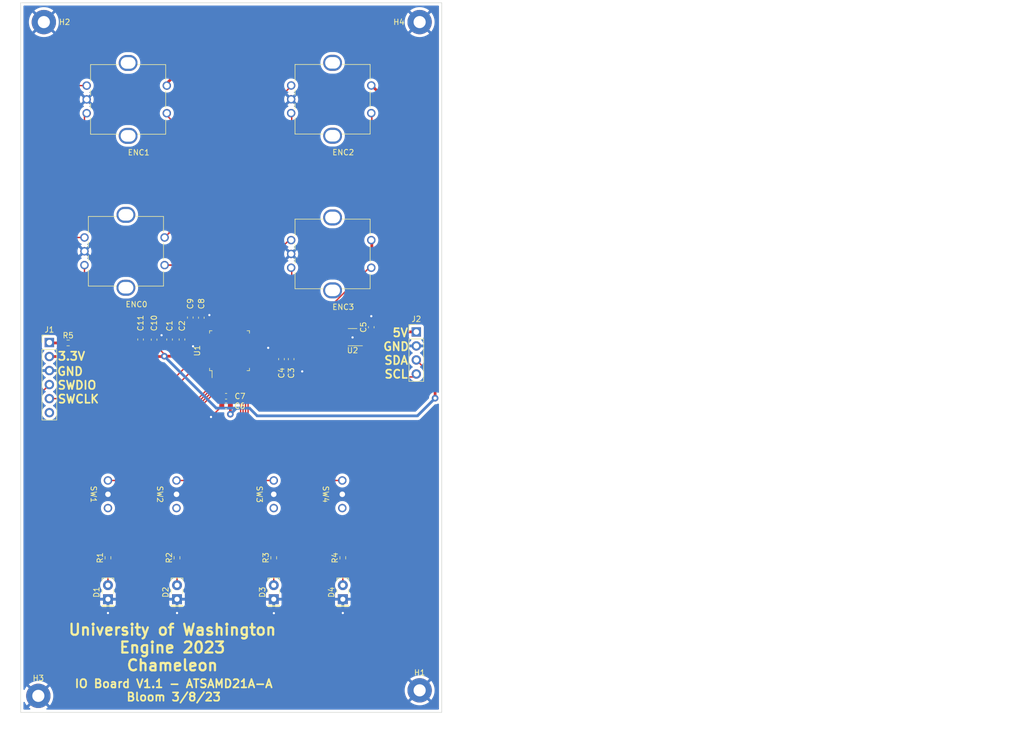
<source format=kicad_pcb>
(kicad_pcb (version 20211014) (generator pcbnew)
  (layers (0 "F.Cu" signal) (31 "B.Cu" signal) (34 "B.Paste" user) (35 "F.Paste" user) (36 "B.SilkS" user "B.Silkscreen") (37 "F.SilkS" user "F.Silkscreen") (38 "B.Mask" user) (39 "F.Mask" user) (44 "Edge.Cuts" user))
  (net 0 "")
  (net 1 "GND")
  (net 2 "Net-(C1-Pad2)")
  (net 3 "+3.3V")
  (net 4 "VCC")
  (net 5 "Net-(D1-Pad2)")
  (net 6 "Net-(D2-Pad2)")
  (net 7 "Net-(D3-Pad2)")
  (net 8 "Net-(D4-Pad2)")
  (net 9 "Net-(J1-Pad1)")
  (net 10 "/SWDIO")
  (net 11 "/SWCLK")
  (net 13 "/LED0")
  (net 14 "/LED1")
  (net 15 "/LED2")
  (net 16 "/LED3")
  (net 17 "/SW0")
  (net 19 "/SW1")
  (net 21 "/SW2")
  (net 23 "/SW3")
  (net 25 "/ENC0_A")
  (net 26 "/ENC0_B")
  (net 27 "/ENC0_SW")
  (net 28 "/ENC1_A")
  (net 29 "/ENC1_B")
  (net 30 "/ENC1_SW")
  (net 31 "/ENC2_A")
  (net 32 "/ENC2_B")
  (net 33 "/ENC2_SW")
  (net 34 "/ENC3_A")
  (net 35 "/ENC3_B")
  (net 36 "/ENC3_SW")
  (net 39 "/SDA")
  (net 40 "/SCL")
  (footprint "Capacitor_SMD:C_0603_1608Metric" (layer "F.Cu") (at 98.5 98.525 90)
    (fp_text reference "C8" (at 2.525 0 90) (layer "F.SilkS"))
    (fp_text value "10u")
    (pad "1" smd roundrect (at -0.775 0 90) (size 0.9 0.95) (layers "F.Cu" "F.Paste" "F.Mask") (net 3 "+3.3V"))
    (pad "2" smd roundrect (at 0.775 0 90) (size 0.9 0.95) (layers "F.Cu" "F.Paste" "F.Mask") (net 1 "GND"))
  )
  (footprint "Package_QFP:TQFP-48_7x7mm_P0.5mm" (layer "F.Cu") (at 103.6 104.5 90)
    (fp_text reference "U1" (at 0 -5.85 90) (layer "F.SilkS"))
    (fp_text value "ATSAMD21G18A-A")
    (pad "1" smd roundrect (at -4.1625 -2.75 90) (size 1.475 0.3) (layers "F.Cu" "F.Paste" "F.Mask") (net 13 "/LED0"))
    (pad "2" smd roundrect (at -4.1625 -2.25 90) (size 1.475 0.3) (layers "F.Cu" "F.Paste" "F.Mask") (net 14 "/LED1"))
    (pad "3" smd roundrect (at -4.1625 -1.75 90) (size 1.475 0.3) (layers "F.Cu" "F.Paste" "F.Mask") (net 15 "/LED2"))
    (pad "4" smd roundrect (at -4.1625 -1.25 90) (size 1.475 0.3) (layers "F.Cu" "F.Paste" "F.Mask") (net 16 "/LED3"))
    (pad "5" smd roundrect (at -4.1625 -0.75 90) (size 1.475 0.3) (layers "F.Cu" "F.Paste" "F.Mask") (net 1 "GND"))
    (pad "6" smd roundrect (at -4.1625 -0.25 90) (size 1.475 0.3) (layers "F.Cu" "F.Paste" "F.Mask") (net 3 "+3.3V"))
    (pad "7" smd roundrect (at -4.1625 0.25 90) (size 1.475 0.3) (layers "F.Cu" "F.Paste" "F.Mask"))
    (pad "8" smd roundrect (at -4.1625 0.75 90) (size 1.475 0.3) (layers "F.Cu" "F.Paste" "F.Mask"))
    (pad "9" smd roundrect (at -4.1625 1.25 90) (size 1.475 0.3) (layers "F.Cu" "F.Paste" "F.Mask") (net 17 "/SW0"))
    (pad "10" smd roundrect (at -4.1625 1.75 90) (size 1.475 0.3) (layers "F.Cu" "F.Paste" "F.Mask") (net 19 "/SW1"))
    (pad "11" smd roundrect (at -4.1625 2.25 90) (size 1.475 0.3) (layers "F.Cu" "F.Paste" "F.Mask") (net 21 "/SW2"))
    (pad "12" smd roundrect (at -4.1625 2.75 90) (size 1.475 0.3) (layers "F.Cu" "F.Paste" "F.Mask") (net 23 "/SW3"))
    (pad "13" smd roundrect (at -2.75 4.1625 90) (size 0.3 1.475) (layers "F.Cu" "F.Paste" "F.Mask") (net 39 "/SDA"))
    (pad "14" smd roundrect (at -2.25 4.1625 90) (size 0.3 1.475) (layers "F.Cu" "F.Paste" "F.Mask") (net 40 "/SCL"))
    (pad "15" smd roundrect (at -1.75 4.1625 90) (size 0.3 1.475) (layers "F.Cu" "F.Paste" "F.Mask"))
    (pad "16" smd roundrect (at -1.25 4.1625 90) (size 0.3 1.475) (layers "F.Cu" "F.Paste" "F.Mask"))
    (pad "17" smd roundrect (at -0.75 4.1625 90) (size 0.3 1.475) (layers "F.Cu" "F.Paste" "F.Mask") (net 3 "+3.3V"))
    (pad "18" smd roundrect (at -0.25 4.1625 90) (size 0.3 1.475) (layers "F.Cu" "F.Paste" "F.Mask") (net 1 "GND"))
    (pad "19" smd roundrect (at 0.25 4.1625 90) (size 0.3 1.475) (layers "F.Cu" "F.Paste" "F.Mask"))
    (pad "20" smd roundrect (at 0.75 4.1625 90) (size 0.3 1.475) (layers "F.Cu" "F.Paste" "F.Mask"))
    (pad "21" smd roundrect (at 1.25 4.1625 90) (size 0.3 1.475) (layers "F.Cu" "F.Paste" "F.Mask"))
    (pad "22" smd roundrect (at 1.75 4.1625 90) (size 0.3 1.475) (layers "F.Cu" "F.Paste" "F.Mask"))
    (pad "23" smd roundrect (at 2.25 4.1625 90) (size 0.3 1.475) (layers "F.Cu" "F.Paste" "F.Mask") (net 36 "/ENC3_SW"))
    (pad "24" smd roundrect (at 2.75 4.1625 90) (size 0.3 1.475) (layers "F.Cu" "F.Paste" "F.Mask") (net 35 "/ENC3_B"))
    (pad "25" smd roundrect (at 4.1625 2.75 90) (size 1.475 0.3) (layers "F.Cu" "F.Paste" "F.Mask") (net 34 "/ENC3_A"))
    (pad "26" smd roundrect (at 4.1625 2.25 90) (size 1.475 0.3) (layers "F.Cu" "F.Paste" "F.Mask") (net 33 "/ENC2_SW"))
    (pad "27" smd roundrect (at 4.1625 1.75 90) (size 1.475 0.3) (layers "F.Cu" "F.Paste" "F.Mask") (net 32 "/ENC2_B"))
    (pad "28" smd roundrect (at 4.1625 1.25 90) (size 1.475 0.3) (layers "F.Cu" "F.Paste" "F.Mask") (net 31 "/ENC2_A"))
    (pad "29" smd roundrect (at 4.1625 0.75 90) (size 1.475 0.3) (layers "F.Cu" "F.Paste" "F.Mask") (net 30 "/ENC1_SW"))
    (pad "30" smd roundrect (at 4.1625 0.25 90) (size 1.475 0.3) (layers "F.Cu" "F.Paste" "F.Mask") (net 29 "/ENC1_B"))
    (pad "31" smd roundrect (at 4.1625 -0.25 90) (size 1.475 0.3) (layers "F.Cu" "F.Paste" "F.Mask") (net 28 "/ENC1_A"))
    (pad "32" smd roundrect (at 4.1625 -0.75 90) (size 1.475 0.3) (layers "F.Cu" "F.Paste" "F.Mask") (net 27 "/ENC0_SW"))
    (pad "33" smd roundrect (at 4.1625 -1.25 90) (size 1.475 0.3) (layers "F.Cu" "F.Paste" "F.Mask") (net 26 "/ENC0_B"))
    (pad "34" smd roundrect (at 4.1625 -1.75 90) (size 1.475 0.3) (layers "F.Cu" "F.Paste" "F.Mask") (net 25 "/ENC0_A"))
    (pad "35" smd roundrect (at 4.1625 -2.25 90) (size 1.475 0.3) (layers "F.Cu" "F.Paste" "F.Mask") (net 1 "GND"))
    (pad "36" smd roundrect (at 4.1625 -2.75 90) (size 1.475 0.3) (layers "F.Cu" "F.Paste" "F.Mask") (net 3 "+3.3V"))
    (pad "37" smd roundrect (at 2.75 -4.1625 90) (size 0.3 1.475) (layers "F.Cu" "F.Paste" "F.Mask"))
    (pad "38" smd roundrect (at 2.25 -4.1625 90) (size 0.3 1.475) (layers "F.Cu" "F.Paste" "F.Mask"))
    (pad "39" smd roundrect (at 1.75 -4.1625 90) (size 0.3 1.475) (layers "F.Cu" "F.Paste" "F.Mask"))
    (pad "40" smd roundrect (at 1.25 -4.1625 90) (size 0.3 1.475) (layers "F.Cu" "F.Paste" "F.Mask"))
    (pad "41" smd roundrect (at 0.75 -4.1625 90) (size 0.3 1.475) (layers "F.Cu" "F.Paste" "F.Mask"))
    (pad "42" smd roundrect (at 0.25 -4.1625 90) (size 0.3 1.475) (layers "F.Cu" "F.Paste" "F.Mask") (net 1 "GND"))
    (pad "43" smd roundrect (at -0.25 -4.1625 90) (size 0.3 1.475) (layers "F.Cu" "F.Paste" "F.Mask") (net 2 "Net-(C1-Pad2)"))
    (pad "44" smd roundrect (at -0.75 -4.1625 90) (size 0.3 1.475) (layers "F.Cu" "F.Paste" "F.Mask") (net 3 "+3.3V"))
    (pad "45" smd roundrect (at -1.25 -4.1625 90) (size 0.3 1.475) (layers "F.Cu" "F.Paste" "F.Mask") (net 11 "/SWCLK"))
    (pad "46" smd roundrect (at -1.75 -4.1625 90) (size 0.3 1.475) (layers "F.Cu" "F.Paste" "F.Mask") (net 10 "/SWDIO"))
    (pad "47" smd roundrect (at -2.25 -4.1625 90) (size 0.3 1.475) (layers "F.Cu" "F.Paste" "F.Mask"))
    (pad "48" smd roundrect (at -2.75 -4.1625 90) (size 0.3 1.475) (layers "F.Cu" "F.Paste" "F.Mask"))
  )
  (footprint "Capacitor_SMD:C_0603_1608Metric" (layer "F.Cu") (at 92.75 102.475 -90)
    (fp_text reference "C1" (at -2.475 0 90) (layer "F.SilkS"))
    (fp_text value "0.1u")
    (pad "1" smd roundrect (at -0.775 0 270) (size 0.9 0.95) (layers "F.Cu" "F.Paste" "F.Mask") (net 1 "GND"))
    (pad "2" smd roundrect (at 0.775 0 270) (size 0.9 0.95) (layers "F.Cu" "F.Paste" "F.Mask") (net 2 "Net-(C1-Pad2)"))
  )
  (footprint "Connector_PinHeader_2.54mm:PinHeader_1x06_P2.54mm_Vertical" (layer "F.Cu") (at 71 103.02)
    (fp_text reference "J1" (at 0 -2.33) (layer "F.SilkS"))
    (fp_text value "Conn_PIC_ICSP_ICD")
    (pad "1" thru_hole rect (at 0 0) (size 1.7 1.7) (drill 1) (layers *.Cu *.Mask) (net 9 "Net-(J1-Pad1)"))
    (pad "2" thru_hole oval (at 0 2.54) (size 1.7 1.7) (drill 1) (layers *.Cu *.Mask) (net 3 "+3.3V"))
    (pad "3" thru_hole oval (at 0 5.08) (size 1.7 1.7) (drill 1) (layers *.Cu *.Mask) (net 1 "GND"))
    (pad "4" thru_hole oval (at 0 7.62) (size 1.7 1.7) (drill 1) (layers *.Cu *.Mask) (net 10 "/SWDIO"))
    (pad "5" thru_hole oval (at 0 10.16) (size 1.7 1.7) (drill 1) (layers *.Cu *.Mask) (net 11 "/SWCLK"))
    (pad "6" thru_hole oval (at 0 12.7) (size 1.7 1.7) (drill 1) (layers *.Cu *.Mask))
  )
  (footprint "Capacitor_SMD:C_0603_1608Metric" (layer "F.Cu") (at 89.95 102.5 90)
    (fp_text reference "C10" (at 3 0 90) (layer "F.SilkS"))
    (fp_text value "10u")
    (pad "1" smd roundrect (at -0.775 0 90) (size 0.9 0.95) (layers "F.Cu" "F.Paste" "F.Mask") (net 3 "+3.3V"))
    (pad "2" smd roundrect (at 0.775 0 90) (size 0.9 0.95) (layers "F.Cu" "F.Paste" "F.Mask") (net 1 "GND"))
  )
  (footprint "Resistor_SMD:R_0603_1608Metric" (layer "F.Cu") (at 124.1 142 90)
    (fp_text reference "R4" (at 0 -1.43 90) (layer "F.SilkS"))
    (fp_text value "10k")
    (pad "1" smd roundrect (at -0.825 0 90) (size 0.8 0.95) (layers "F.Cu" "F.Paste" "F.Mask") (net 8 "Net-(D4-Pad2)"))
    (pad "2" smd roundrect (at 0.825 0 90) (size 0.8 0.95) (layers "F.Cu" "F.Paste" "F.Mask") (net 16 "/LED3"))
  )
  (footprint "Capacitor_SMD:C_0603_1608Metric" (layer "F.Cu") (at 129.25 100.25 90)
    (fp_text reference "C5" (at 0 -1.43 90) (layer "F.SilkS"))
    (fp_text value "10u")
    (pad "1" smd roundrect (at -0.775 0 90) (size 0.9 0.95) (layers "F.Cu" "F.Paste" "F.Mask") (net 4 "VCC"))
    (pad "2" smd roundrect (at 0.775 0 90) (size 0.9 0.95) (layers "F.Cu" "F.Paste" "F.Mask") (net 1 "GND"))
  )
  (footprint "LED_THT:LED_Rectangular_W5.0mm_H2.0mm" (layer "F.Cu") (at 94.1 149.5 90)
    (fp_text reference "D2" (at 1.27 -2.06 90) (layer "F.SilkS"))
    (fp_text value "LED")
    (pad "1" thru_hole rect (at 0 0 90) (size 1.8 1.8) (drill 0.9) (layers *.Cu *.Mask) (net 1 "GND"))
    (pad "2" thru_hole circle (at 2.54 0 90) (size 1.8 1.8) (drill 0.9) (layers *.Cu *.Mask) (net 6 "Net-(D2-Pad2)"))
  )
  (footprint "Capacitor_SMD:C_0603_1608Metric" (layer "F.Cu") (at 96.5 98.5 -90)
    (fp_text reference "C9" (at -2.5 0 90) (layer "F.SilkS"))
    (fp_text value "0.1u")
    (pad "1" smd roundrect (at -0.775 0 270) (size 0.9 0.95) (layers "F.Cu" "F.Paste" "F.Mask") (net 1 "GND"))
    (pad "2" smd roundrect (at 0.775 0 270) (size 0.9 0.95) (layers "F.Cu" "F.Paste" "F.Mask") (net 3 "+3.3V"))
  )
  (footprint "Capacitor_SMD:C_0603_1608Metric" (layer "F.Cu") (at 102.975 114.5 180)
    (fp_text reference "C6" (at -2.475 0) (layer "F.SilkS"))
    (fp_text value "10u")
    (pad "1" smd roundrect (at -0.775 0 180) (size 0.9 0.95) (layers "F.Cu" "F.Paste" "F.Mask") (net 3 "+3.3V"))
    (pad "2" smd roundrect (at 0.775 0 180) (size 0.9 0.95) (layers "F.Cu" "F.Paste" "F.Mask") (net 1 "GND"))
  )
  (footprint "custom_lib:PEC12R-3217F-S0024-ND" (layer "F.Cu") (at 124.17 97.0975)
    (fp_text reference "ENC3" (at 0 -0.5 unlocked) (layer "F.SilkS"))
    (fp_text value "RotaryEncoder_Switch")
    (pad "A" thru_hole circle (at -9.42 -12.62 270) (size 1.524 1.524) (drill 1) (layers *.Mask "F.Cu" "In1.Cu" "B.Cu") (net 34 "/ENC3_A"))
    (pad "B" thru_hole circle (at -9.42 -7.62 270) (size 1.524 1.524) (drill 1) (layers *.Mask "F.Cu" "In1.Cu" "B.Cu") (net 35 "/ENC3_B"))
    (pad "C" thru_hole circle (at -9.42 -10.12 270) (size 1.524 1.524) (drill 1) (layers *.Mask "F.Cu" "In1.Cu" "B.Cu") (net 1 "GND"))
    (pad "S1" thru_hole circle (at 5.08 -12.62 270) (size 1.524 1.524) (drill 1) (layers *.Mask "F.Cu" "In1.Cu" "B.Cu") (net 3 "+3.3V"))
    (pad "S2" thru_hole circle (at 5.08 -7.62 270) (size 1.524 1.524) (drill 1) (layers *.Mask "F.Cu" "In1.Cu" "B.Cu") (net 36 "/ENC3_SW"))
    (pad "SH" thru_hole oval (at -1.92 -16.72 270) (size 2.9 3.4) (drill oval 2.1 2.7) (layers *.Cu *.Mask))
    (pad "SH" thru_hole oval (at -1.92 -3.52 270) (size 2.9 3.4) (drill oval 2.1 2.7) (layers *.Cu *.Mask))
  )
  (footprint "custom_lib:PEC12R-3217F-S0024-ND" (layer "F.Cu") (at 87.17 69.12)
    (fp_text reference "ENC1" (at 0 -0.5 unlocked) (layer "F.SilkS"))
    (fp_text value "RotaryEncoder_Switch")
    (pad "A" thru_hole circle (at -9.42 -12.62 270) (size 1.524 1.524) (drill 1) (layers *.Mask "F.Cu" "In1.Cu" "B.Cu") (net 28 "/ENC1_A"))
    (pad "B" thru_hole circle (at -9.42 -7.62 270) (size 1.524 1.524) (drill 1) (layers *.Mask "F.Cu" "In1.Cu" "B.Cu") (net 29 "/ENC1_B"))
    (pad "C" thru_hole circle (at -9.42 -10.12 270) (size 1.524 1.524) (drill 1) (layers *.Mask "F.Cu" "In1.Cu" "B.Cu") (net 1 "GND"))
    (pad "S1" thru_hole circle (at 5.08 -12.62 270) (size 1.524 1.524) (drill 1) (layers *.Mask "F.Cu" "In1.Cu" "B.Cu") (net 3 "+3.3V"))
    (pad "S2" thru_hole circle (at 5.08 -7.62 270) (size 1.524 1.524) (drill 1) (layers *.Mask "F.Cu" "In1.Cu" "B.Cu") (net 30 "/ENC1_SW"))
    (pad "SH" thru_hole oval (at -1.92 -3.52 270) (size 2.9 3.4) (drill oval 2.1 2.7) (layers *.Cu *.Mask))
    (pad "SH" thru_hole oval (at -1.92 -16.72 270) (size 2.9 3.4) (drill oval 2.1 2.7) (layers *.Cu *.Mask))
  )
  (footprint "Resistor_SMD:R_0603_1608Metric" (layer "F.Cu") (at 74.4 103.1 180)
    (fp_text reference "R5" (at 0 1.35) (layer "F.SilkS"))
    (fp_text value "10k")
    (pad "1" smd roundrect (at -0.825 0 180) (size 0.8 0.95) (layers "F.Cu" "F.Paste" "F.Mask") (net 3 "+3.3V"))
    (pad "2" smd roundrect (at 0.825 0 180) (size 0.8 0.95) (layers "F.Cu" "F.Paste" "F.Mask") (net 9 "Net-(J1-Pad1)"))
  )
  (footprint "Resistor_SMD:R_0603_1608Metric" (layer "F.Cu") (at 81.6 142 90)
    (fp_text reference "R1" (at 0 -1.43 90) (layer "F.SilkS"))
    (fp_text value "10k")
    (pad "1" smd roundrect (at -0.825 0 90) (size 0.8 0.95) (layers "F.Cu" "F.Paste" "F.Mask") (net 5 "Net-(D1-Pad2)"))
    (pad "2" smd roundrect (at 0.825 0 90) (size 0.8 0.95) (layers "F.Cu" "F.Paste" "F.Mask") (net 13 "/LED0"))
  )
  (footprint "Capacitor_SMD:C_0603_1608Metric" (layer "F.Cu") (at 114.75 106.025 -90)
    (fp_text reference "C3" (at 2.525 -0.01 90) (layer "F.SilkS"))
    (fp_text value "10u")
    (pad "1" smd roundrect (at -0.775 0 270) (size 0.9 0.95) (layers "F.Cu" "F.Paste" "F.Mask") (net 3 "+3.3V"))
    (pad "2" smd roundrect (at 0.775 0 270) (size 0.9 0.95) (layers "F.Cu" "F.Paste" "F.Mask") (net 1 "GND"))
  )
  (footprint "MountingHole:MountingHole_2.2mm_M2_Pad" (layer "F.Cu") (at 138 45)
    (fp_text reference "H4" (at -3.75 0) (layer "F.SilkS"))
    (fp_text value "MountingHole_Pad")
    (pad "1" thru_hole circle (at 0 0) (size 4.4 4.4) (drill 2.2) (layers *.Cu *.Mask) (net 1 "GND"))
  )
  (footprint "LED_THT:LED_Rectangular_W5.0mm_H2.0mm" (layer "F.Cu") (at 124.1 149.5 90)
    (fp_text reference "D4" (at 1.27 -2.06 90) (layer "F.SilkS"))
    (fp_text value "LED")
    (pad "1" thru_hole rect (at 0 0 90) (size 1.8 1.8) (drill 0.9) (layers *.Cu *.Mask) (net 1 "GND"))
    (pad "2" thru_hole circle (at 2.54 0 90) (size 1.8 1.8) (drill 0.9) (layers *.Cu *.Mask) (net 8 "Net-(D4-Pad2)"))
  )
  (footprint "Custom:EG_1218" (layer "F.Cu") (at 116.6 130.5 -90)
    (fp_text reference "SW3" (at 0 7.6 -90 unlocked) (layer "F.SilkS"))
    (fp_text value "EG_1218")
    (pad "1" thru_hole circle (at 0 5 270) (size 1.524 1.524) (drill 1) (layers *.Cu *.Mask) (net 1 "GND"))
    (pad "2" thru_hole circle (at -2.5 5 270) (size 1.524 1.524) (drill 1) (layers *.Cu *.Mask) (net 21 "/SW2"))
    (pad "3" thru_hole circle (at 2.5 5 270) (size 1.524 1.524) (drill 1) (layers *.Cu *.Mask))
  )
  (footprint "Package_TO_SOT_SMD:SOT-23-5" (layer "F.Cu") (at 125.8625 102.05 180)
    (fp_text reference "U2" (at 0 -2.4) (layer "F.SilkS"))
    (fp_text value "AP2112K-3.3")
    (pad "1" smd roundrect (at -1.1375 -0.95 180) (size 1.325 0.6) (layers "F.Cu" "F.Paste" "F.Mask") (net 4 "VCC"))
    (pad "2" smd roundrect (at -1.1375 0 180) (size 1.325 0.6) (layers "F.Cu" "F.Paste" "F.Mask") (net 1 "GND"))
    (pad "3" smd roundrect (at -1.1375 0.95 180) (size 1.325 0.6) (layers "F.Cu" "F.Paste" "F.Mask") (net 4 "VCC"))
    (pad "4" smd roundrect (at 1.1375 0.95 180) (size 1.325 0.6) (layers "F.Cu" "F.Paste" "F.Mask"))
    (pad "5" smd roundrect (at 1.1375 -0.95 180) (size 1.325 0.6) (layers "F.Cu" "F.Paste" "F.Mask") (net 3 "+3.3V"))
  )
  (footprint "Resistor_SMD:R_0603_1608Metric" (layer "F.Cu") (at 94.1 142 90)
    (fp_text reference "R2" (at 0 -1.43 90) (layer "F.SilkS"))
    (fp_text value "10k")
    (pad "1" smd roundrect (at -0.825 0 90) (size 0.8 0.95) (layers "F.Cu" "F.Paste" "F.Mask") (net 6 "Net-(D2-Pad2)"))
    (pad "2" smd roundrect (at 0.825 0 90) (size 0.8 0.95) (layers "F.Cu" "F.Paste" "F.Mask") (net 14 "/LED1"))
  )
  (footprint "MountingHole:MountingHole_2.2mm_M2_Pad" (layer "F.Cu") (at 138 166)
    (fp_text reference "H1" (at 0 -3.2) (layer "F.SilkS"))
    (fp_text value "MountingHole_Pad")
    (pad "1" thru_hole circle (at 0 0) (size 4.4 4.4) (drill 2.2) (layers *.Cu *.Mask) (net 1 "GND"))
  )
  (footprint "Capacitor_SMD:C_0603_1608Metric" (layer "F.Cu") (at 95 102.475 -90)
    (fp_text reference "C2" (at -2.475 0 90) (layer "F.SilkS"))
    (fp_text value "10u")
    (pad "1" smd roundrect (at -0.775 0 270) (size 0.9 0.95) (layers "F.Cu" "F.Paste" "F.Mask") (net 1 "GND"))
    (pad "2" smd roundrect (at 0.775 0 270) (size 0.9 0.95) (layers "F.Cu" "F.Paste" "F.Mask") (net 2 "Net-(C1-Pad2)"))
  )
  (footprint "LED_THT:LED_Rectangular_W5.0mm_H2.0mm" (layer "F.Cu") (at 111.6 149.5 90)
    (fp_text reference "D3" (at 1.27 -2.06 90) (layer "F.SilkS"))
    (fp_text value "LED")
    (pad "1" thru_hole rect (at 0 0 90) (size 1.8 1.8) (drill 0.9) (layers *.Cu *.Mask) (net 1 "GND"))
    (pad "2" thru_hole circle (at 2.54 0 90) (size 1.8 1.8) (drill 0.9) (layers *.Cu *.Mask) (net 7 "Net-(D3-Pad2)"))
  )
  (footprint "Custom:EG_1218" (layer "F.Cu") (at 86.6 130.5 -90)
    (fp_text reference "SW1" (at 0 7.6 -90 unlocked) (layer "F.SilkS"))
    (fp_text value "EG_1218")
    (pad "1" thru_hole circle (at 0 5 270) (size 1.524 1.524) (drill 1) (layers *.Cu *.Mask) (net 1 "GND"))
    (pad "2" thru_hole circle (at -2.5 5 270) (size 1.524 1.524) (drill 1) (layers *.Cu *.Mask) (net 17 "/SW0"))
    (pad "3" thru_hole circle (at 2.5 5 270) (size 1.524 1.524) (drill 1) (layers *.Cu *.Mask))
  )
  (footprint "MountingHole:MountingHole_2.2mm_M2_Pad" (layer "F.Cu") (at 70 45)
    (fp_text reference "H2" (at 3.75 0) (layer "F.SilkS"))
    (fp_text value "MountingHole_Pad")
    (pad "1" thru_hole circle (at 0 0) (size 4.4 4.4) (drill 2.2) (layers *.Cu *.Mask) (net 1 "GND"))
  )
  (footprint "Capacitor_SMD:C_0603_1608Metric" (layer "F.Cu") (at 87.5 102.475 -90)
    (fp_text reference "C11" (at -2.975 0 90) (layer "F.SilkS"))
    (fp_text value "0.1u")
    (pad "1" smd roundrect (at -0.775 0 270) (size 0.9 0.95) (layers "F.Cu" "F.Paste" "F.Mask") (net 1 "GND"))
    (pad "2" smd roundrect (at 0.775 0 270) (size 0.9 0.95) (layers "F.Cu" "F.Paste" "F.Mask") (net 3 "+3.3V"))
  )
  (footprint "Connector_PinHeader_2.54mm:PinHeader_1x04_P2.54mm_Vertical" (layer "F.Cu") (at 137.4 101.1)
    (fp_text reference "J2" (at 0 -2.33) (layer "F.SilkS"))
    (fp_text value "Conn_01x04_Male")
    (pad "1" thru_hole rect (at 0 0) (size 1.7 1.7) (drill 1) (layers *.Cu *.Mask) (net 4 "VCC"))
    (pad "2" thru_hole oval (at 0 2.54) (size 1.7 1.7) (drill 1) (layers *.Cu *.Mask) (net 1 "GND"))
    (pad "3" thru_hole oval (at 0 5.08) (size 1.7 1.7) (drill 1) (layers *.Cu *.Mask) (net 39 "/SDA"))
    (pad "4" thru_hole oval (at 0 7.62) (size 1.7 1.7) (drill 1) (layers *.Cu *.Mask) (net 40 "/SCL"))
  )
  (footprint "Capacitor_SMD:C_0603_1608Metric" (layer "F.Cu") (at 113 106.025 90)
    (fp_text reference "C4" (at -2.5 0 90) (layer "F.SilkS"))
    (fp_text value "0.1u")
    (pad "1" smd roundrect (at -0.775 0 90) (size 0.9 0.95) (layers "F.Cu" "F.Paste" "F.Mask") (net 1 "GND"))
    (pad "2" smd roundrect (at 0.775 0 90) (size 0.9 0.95) (layers "F.Cu" "F.Paste" "F.Mask") (net 3 "+3.3V"))
  )
  (footprint "custom_lib:PEC12R-3217F-S0024-ND" (layer "F.Cu") (at 86.77 96.62)
    (fp_text reference "ENC0" (at 0 -0.5 unlocked) (layer "F.SilkS"))
    (fp_text value "RotaryEncoder_Switch")
    (pad "A" thru_hole circle (at -9.42 -12.62 270) (size 1.524 1.524) (drill 1) (layers *.Mask "F.Cu" "In1.Cu" "B.Cu") (net 25 "/ENC0_A"))
    (pad "B" thru_hole circle (at -9.42 -7.62 270) (size 1.524 1.524) (drill 1) (layers *.Mask "F.Cu" "In1.Cu" "B.Cu") (net 26 "/ENC0_B"))
    (pad "C" thru_hole circle (at -9.42 -10.12 270) (size 1.524 1.524) (drill 1) (layers *.Mask "F.Cu" "In1.Cu" "B.Cu") (net 1 "GND"))
    (pad "S1" thru_hole circle (at 5.08 -12.62 270) (size 1.524 1.524) (drill 1) (layers *.Mask "F.Cu" "In1.Cu" "B.Cu") (net 3 "+3.3V"))
    (pad "S2" thru_hole circle (at 5.08 -7.62 270) (size 1.524 1.524) (drill 1) (layers *.Mask "F.Cu" "In1.Cu" "B.Cu") (net 27 "/ENC0_SW"))
    (pad "SH" thru_hole oval (at -1.92 -16.72 270) (size 2.9 3.4) (drill oval 2.1 2.7) (layers *.Cu *.Mask))
    (pad "SH" thru_hole oval (at -1.92 -3.52 270) (size 2.9 3.4) (drill oval 2.1 2.7) (layers *.Cu *.Mask))
  )
  (footprint "MountingHole:MountingHole_2.2mm_M2_Pad" (layer "F.Cu") (at 69 167)
    (fp_text reference "H3" (at 0 -3.2) (layer "F.SilkS"))
    (fp_text value "MountingHole_Pad")
    (pad "1" thru_hole circle (at 0 0) (size 4.4 4.4) (drill 2.2) (layers *.Cu *.Mask) (net 1 "GND"))
  )
  (footprint "Resistor_SMD:R_0603_1608Metric" (layer "F.Cu") (at 111.6 142 90)
    (fp_text reference "R3" (at 0 -1.43 90) (layer "F.SilkS"))
    (fp_text value "10k")
    (pad "1" smd roundrect (at -0.825 0 90) (size 0.8 0.95) (layers "F.Cu" "F.Paste" "F.Mask") (net 7 "Net-(D3-Pad2)"))
    (pad "2" smd roundrect (at 0.825 0 90) (size 0.8 0.95) (layers "F.Cu" "F.Paste" "F.Mask") (net 15 "/LED2"))
  )
  (footprint "Custom:EG_1218" (layer "F.Cu") (at 129.005 130.5 -90)
    (fp_text reference "SW4" (at 0 8.005 -90 unlocked) (layer "F.SilkS"))
    (fp_text value "EG_1218")
    (pad "1" thru_hole circle (at 0 5 270) (size 1.524 1.524) (drill 1) (layers *.Cu *.Mask) (net 1 "GND"))
    (pad "2" thru_hole circle (at -2.5 5 270) (size 1.524 1.524) (drill 1) (layers *.Cu *.Mask) (net 23 "/SW3"))
    (pad "3" thru_hole circle (at 2.5 5 270) (size 1.524 1.524) (drill 1) (layers *.Cu *.Mask))
  )
  (footprint "LED_THT:LED_Rectangular_W5.0mm_H2.0mm" (layer "F.Cu") (at 81.6 149.5 90)
    (fp_text reference "D1" (at 1.27 -2.06 90) (layer "F.SilkS"))
    (fp_text value "LED")
    (pad "1" thru_hole rect (at 0 0 90) (size 1.8 1.8) (drill 0.9) (layers *.Cu *.Mask) (net 1 "GND"))
    (pad "2" thru_hole circle (at 2.54 0 90) (size 1.8 1.8) (drill 0.9) (layers *.Cu *.Mask) (net 5 "Net-(D1-Pad2)"))
  )
  (footprint "Custom:EG_1218" (layer "F.Cu") (at 99.005 130.5 -90)
    (fp_text reference "SW2" (at 0 8.005 -90 unlocked) (layer "F.SilkS"))
    (fp_text value "EG_1218")
    (pad "1" thru_hole circle (at 0 5 270) (size 1.524 1.524) (drill 1) (layers *.Cu *.Mask) (net 1 "GND"))
    (pad "2" thru_hole circle (at -2.5 5 270) (size 1.524 1.524) (drill 1) (layers *.Cu *.Mask) (net 19 "/SW1"))
    (pad "3" thru_hole circle (at 2.5 5 270) (size 1.524 1.524) (drill 1) (layers *.Cu *.Mask))
  )
  (footprint "Capacitor_SMD:C_0603_1608Metric" (layer "F.Cu") (at 102.975 112.75)
    (fp_text reference "C7" (at 2.525 0) (layer "F.SilkS"))
    (fp_text value "0.1u")
    (pad "1" smd roundrect (at -0.775 0) (size 0.9 0.95) (layers "F.Cu" "F.Paste" "F.Mask") (net 1 "GND"))
    (pad "2" smd roundrect (at 0.775 0) (size 0.9 0.95) (layers "F.Cu" "F.Paste" "F.Mask") (net 3 "+3.3V"))
  )
  (footprint "custom_lib:PEC12R-3217F-S0024-ND" (layer "F.Cu") (at 124.17 69.0975)
    (fp_text reference "ENC2" (at 0 -0.5 unlocked) (layer "F.SilkS"))
    (fp_text value "RotaryEncoder_Switch")
    (pad "A" thru_hole circle (at -9.42 -12.62 270) (size 1.524 1.524) (drill 1) (layers *.Mask "F.Cu" "In1.Cu" "B.Cu") (net 31 "/ENC2_A"))
    (pad "B" thru_hole circle (at -9.42 -7.62 270) (size 1.524 1.524) (drill 1) (layers *.Mask "F.Cu" "In1.Cu" "B.Cu") (net 32 "/ENC2_B"))
    (pad "C" thru_hole circle (at -9.42 -10.12 270) (size 1.524 1.524) (drill 1) (layers *.Mask "F.Cu" "In1.Cu" "B.Cu") (net 1 "GND"))
    (pad "S1" thru_hole circle (at 5.08 -12.62 270) (size 1.524 1.524) (drill 1) (layers *.Mask "F.Cu" "In1.Cu" "B.Cu") (net 3 "+3.3V"))
    (pad "S2" thru_hole circle (at 5.08 -7.62 270) (size 1.524 1.524) (drill 1) (layers *.Mask "F.Cu" "In1.Cu" "B.Cu") (net 33 "/ENC2_SW"))
    (pad "SH" thru_hole oval (at -1.92 -3.52 270) (size 2.9 3.4) (drill oval 2.1 2.7) (layers *.Cu *.Mask))
    (pad "SH" thru_hole oval (at -1.92 -16.72 270) (size 2.9 3.4) (drill oval 2.1 2.7) (layers *.Cu *.Mask))
  )
  (gr_rect (start 65.8 41.5) (end 142 170) (layer "Edge.Cuts") (width 0.1) (fill none))
  (gr_text "SWCLK" (at 76.25 113.25) (layer "F.SilkS") (effects (font (size 1.5 1.5) (thickness 0.3))))
  (gr_text "University of Washington\nEngine 2023\nChameleon" (at 93.25 158.25) (layer "F.SilkS") (effects (font (size 2 2) (thickness 0.4))))
  (gr_text "GND" (at 133.75 103.75) (layer "F.SilkS") (effects (font (size 1.5 1.5) (thickness 0.3))))
  (gr_text "IO Board V1.1 - ATSAMD21A-A\nBloom 3/8/23" (at 93.5 166) (layer "F.SilkS") (effects (font (size 1.5 1.5) (thickness 0.3))))
  (gr_text "SWDIO" (at 76 110.75) (layer "F.SilkS") (effects (font (size 1.5 1.5) (thickness 0.3))))
  (gr_text "GND" (at 74.75 108.25) (layer "F.SilkS") (effects (font (size 1.5 1.5) (thickness 0.3))))
  (gr_text "3.3V" (at 75 105.5) (layer "F.SilkS") (effects (font (size 1.5 1.5) (thickness 0.3))))
  (gr_text "SDA" (at 133.75 106.25) (layer "F.SilkS") (effects (font (size 1.5 1.5) (thickness 0.3))))
  (gr_text "5V\n" (at 134.5 101.25) (layer "F.SilkS") (effects (font (size 1.5 1.5) (thickness 0.3))))
  (gr_text "SCL\n" (at 133.75 108.75) (layer "F.SilkS") (effects (font (size 1.5 1.5) (thickness 0.3))))
  (segment (start 102.2 112.75) (end 102.2 114.5) (width 0.25) (layer "F.Cu") (net 1))
  (segment (start 109.75 104.75) (end 110.595019 103.985251) (width 0.25) (layer "F.Cu") (net 1))
  (segment (start 89.975 101.7) (end 91.3 101.7) (width 0.25) (layer "F.Cu") (net 1))
  (segment (start 113 106.8) (end 114.75 106.8) (width 0.25) (layer "F.Cu") (net 1))
  (segment (start 89.95 101.725) (end 89.975 101.7) (width 0.25) (layer "F.Cu") (net 1))
  (segment (start 100.4 98.5) (end 99.95 98.05) (width 0.25) (layer "F.Cu") (net 1))
  (segment (start 102.2 111.55) (end 102.2 112.75) (width 0.25) (layer "F.Cu") (net 1))
  (segment (start 114.75 106.8) (end 115.3 106.8) (width 0.25) (layer "F.Cu") (net 1))
  (segment (start 127 102.05) (end 125.9125 102.05) (width 0.25) (layer "F.Cu") (net 1))
  (segment (start 111.6 149.5) (end 111.622618 152.02836) (width 0.25) (layer "F.Cu") (net 1))
  (segment (start 101.35 100.3375) (end 101.35 99.45) (width 0.25) (layer "F.Cu") (net 1))
  (segment (start 89.925 101.7) (end 89.95 101.725) (width 0.25) (layer "F.Cu") (net 1))
  (segment (start 102.2 114.5) (end 102.2 114.55) (width 0.25) (layer "F.Cu") (net 1))
  (segment (start 99.95 98.05) (end 99.6 97.7) (width 0.25) (layer "F.Cu") (net 1))
  (segment (start 99.6 97.7) (end 99.4 97.7) (width 0.25) (layer "F.Cu") (net 1))
  (segment (start 111.622618 152.02836) (end 111.6 152) (width 0.25) (layer "F.Cu") (net 1))
  (segment (start 95 101.7) (end 97 103.7) (width 0.25) (layer "F.Cu") (net 1))
  (segment (start 125.8625 102.1) (end 125.9125 102.05) (width 0.25) (layer "F.Cu") (net 1))
  (segment (start 129.25 99.475) (end 129.25 98.25) (width 0.25) (layer "F.Cu") (net 1))
  (segment (start 115.3 106.8) (end 116.75 108.25) (width 0.25) (layer "F.Cu") (net 1))
  (segment (start 102.2 114.55) (end 100.25 116.5) (width 0.25) (layer "F.Cu") (net 1))
  (segment (start 102.85 110.9) (end 102.2 111.55) (width 0.25) (layer "F.Cu") (net 1))
  (segment (start 98.5 97.75) (end 96.525 97.75) (width 0.25) (layer "F.Cu") (net 1))
  (segment (start 124.1 149.5) (end 124.1 152) (width 0.25) (layer "F.Cu") (net 1))
  (segment (start 99.4 97.7) (end 98.55 97.7) (width 0.25) (layer "F.Cu") (net 1))
  (segment (start 101.35 99.45) (end 100.4 98.5) (width 0.25) (layer "F.Cu") (net 1))
  (segment (start 108.58 104.75) (end 109.75 104.75) (width 0.25) (layer "F.Cu") (net 1))
  (segment (start 110.595019 103.985251) (end 110.5 104) (width 0.25) (layer "F.Cu") (net 1))
  (segment (start 92.75 101.7) (end 95 101.7) (width 0.25) (layer "F.Cu") (net 1))
  (segment (start 98.55 97.7) (end 98.5 97.75) (width 0.25) (layer "F.Cu") (net 1))
  (segment (start 81.6 149.5) (end 81.6 152) (width 0.25) (layer "F.Cu") (net 1))
  (segment (start 97.55 104.25) (end 97 103.7) (width 0.25) (layer "F.Cu") (net 1))
  (segment (start 87.5 101.7) (end 89.925 101.7) (width 0.25) (layer "F.Cu") (net 1))
  (segment (start 108.58 104.75) (end 107.7625 104.75) (width 0.25) (layer "F.Cu") (net 1))
  (segment (start 102.85 108.6625) (end 102.85 110.9) (width 0.25) (layer "F.Cu") (net 1))
  (segment (start 94.1 149.5) (end 94.1 152) (width 0.25) (layer "F.Cu") (net 1))
  (segment (start 91.3 101.7) (end 92.75 101.7) (width 0.25) (layer "F.Cu") (net 1))
  (segment (start 96.525 97.75) (end 96.5 97.725) (width 0.25) (layer "F.Cu") (net 1))
  (segment (start 99.4375 104.25) (end 97.55 104.25) (width 0.25) (layer "F.Cu") (net 1))
  (via (at 81.6 152) (size 0.8) (drill 0.4) (layers "F.Cu" "B.Cu") (net 1))
  (via (at 110.595019 103.985251) (size 0.8) (drill 0.4) (layers "F.Cu" "B.Cu") (net 1))
  (via (at 125.8625 102.1) (size 0.8) (drill 0.4) (layers "F.Cu" "B.Cu") (net 1))
  (via (at 100.25 116.5) (size 0.8) (drill 0.4) (layers "F.Cu" "B.Cu") (net 1))
  (via (at 116.75 108.25) (size 0.8) (drill 0.4) (layers "F.Cu" "B.Cu") (net 1))
  (via (at 99.95 98.05) (size 0.8) (drill 0.4) (layers "F.Cu" "B.Cu") (net 1))
  (via (at 91.3 101.7) (size 0.8) (drill 0.4) (layers "F.Cu" "B.Cu") (net 1))
  (via (at 124.1 152) (size 0.8) (drill 0.4) (layers "F.Cu" "B.Cu") (net 1))
  (via (at 97 103.7) (size 0.8) (drill 0.4) (layers "F.Cu" "B.Cu") (net 1))
  (via (at 94.1 152) (size 0.8) (drill 0.4) (layers "F.Cu" "B.Cu") (net 1))
  (via (at 111.622618 152.02836) (size 0.8) (drill 0.4) (layers "F.Cu" "B.Cu") (net 1))
  (via (at 129.25 98.25) (size 0.8) (drill 0.4) (layers "F.Cu" "B.Cu") (net 1))
  (segment (start 99.4375 104.75) (end 96.5 104.75) (width 0.25) (layer "F.Cu") (net 2))
  (segment (start 96.5 104.75) (end 95 103.25) (width 0.25) (layer "F.Cu") (net 2))
  (segment (start 95 103.25) (end 92.75 103.25) (width 0.25) (layer "F.Cu") (net 2))
  (segment (start 123.6 100.1) (end 123.6 97.7) (width 0.5) (layer "F.Cu") (net 3))
  (segment (start 91.8 105.5) (end 93.6 105.5) (width 0.5) (layer "F.Cu") (net 3))
  (segment (start 70.1 93) (end 70.1 83.6) (width 0.5) (layer "F.Cu") (net 3))
  (segment (start 87.525 103.275) (end 87.5 103.25) (width 0.25) (layer "F.Cu") (net 3))
  (segment (start 75.88 103.1) (end 78.34 105.56) (width 0.5) (layer "F.Cu") (net 3))
  (segment (start 118.4 105.3) (end 111.6 105.3) (width 0.5) (layer "F.Cu") (net 3))
  (segment (start 89.95 103.275) (end 87.525 103.275) (width 0.25) (layer "F.Cu") (net 3))
  (segment (start 78.34 105.56) (end 71 105.56) (width 0.5) (layer "F.Cu") (net 3))
  (segment (start 103.75 112.75) (end 103.75 114.5) (width 0.5) (layer "F.Cu") (net 3))
  (segment (start 94.6 105.5) (end 96.6 105.5) (width 0.5) (layer "F.Cu") (net 3))
  (segment (start 70.1 83.6) (end 76.4 77.3) (width 0.5) (layer "F.Cu") (net 3))
  (segment (start 129.35 84) (end 129.35 87.05) (width 0.5) (layer "F.Cu") (net 3))
  (segment (start 75.225 103.1) (end 75.88 103.1) (width 0.5) (layer "F.Cu") (net 3))
  (segment (start 140.8 53.6) (end 134.5 47.3) (width 0.5) (layer "F.Cu") (net 3))
  (segment (start 92.8 78.8) (end 92.8 83.05) (width 0.5) (layer "F.Cu") (net 3))
  (segment (start 82.66 105.56) (end 76.425 99.325) (width 0.5) (layer "F.Cu") (net 3))
  (segment (start 111.55 105.25) (end 107.7625 105.25) (width 0.25) (layer "F.Cu") (net 3))
  (segment (start 99.8125 99.3) (end 98.5 99.3) (width 0.25) (layer "F.Cu") (net 3))
  (segment (start 76.425 99.325) (end 70.1 93) (width 0.5) (layer "F.Cu") (net 3))
  (segment (start 76.475 99.275) (end 76.425 99.325) (width 0.5) (layer "F.Cu") (net 3))
  (segment (start 140.8 67.95) (end 129.35 56.5) (width 0.5) (layer "F.Cu") (net 3))
  (segment (start 91.8 105.5) (end 91.74 105.56) (width 0.5) (layer "F.Cu") (net 3))
  (segment (start 96.6 105.5) (end 96.8 105.5) (width 0.25) (layer "F.Cu") (net 3))
  (segment (start 124.725 103) (end 120.7 103) (width 0.5) (layer "F.Cu") (net 3))
  (segment (start 96.5 99.275) (end 98.475 99.275) (width 0.25) (layer "F.Cu") (net 3))
  (segment (start 103.75 112.75) (end 103.75 110.25) (width 0.5) (layer "F.Cu") (net 3))
  (segment (start 93.6 105.5) (end 94.6 105.5) (width 0.5) (layer "F.Cu") (net 3))
  (segment (start 98.475 99.275) (end 98.5 99.3) (width 0.25) (layer "F.Cu") (net 3))
  (segment (start 118.45 105.25) (end 120.6 103.1) (width 0.5) (layer "F.Cu") (net 3))
  (segment (start 89.95 103.275) (end 91.8 105.125) (width 0.25) (layer "F.Cu") (net 3))
  (segment (start 91.3 77.3) (end 92.8 78.8) (width 0.5) (layer "F.Cu") (net 3))
  (segment (start 137.6 95.3) (end 140.8 98.5) (width 0.5) (layer "F.Cu") (net 3))
  (segment (start 134.5 47.3) (end 101.05 47.3) (width 0.5) (layer "F.Cu") (net 3))
  (segment (start 92.8 83.05) (end 91.85 84) (width 0.25) (layer "F.Cu") (net 3))
  (segment (start 111.6 105.3) (end 111.55 105.25) (width 0.25) (layer "F.Cu") (net 3))
  (segment (start 89.56 105.56) (end 82.66 105.56) (width 0.5) (layer "F.Cu") (net 3))
  (segment (start 140.8 98.5) (end 140.8 113.1) (width 0.5) (layer "F.Cu") (net 3))
  (segment (start 100.85 100.3375) (end 99.8125 99.3) (width 0.25) (layer "F.Cu") (net 3))
  (segment (start 126 95.3) (end 137.6 95.3) (width 0.5) (layer "F.Cu") (net 3))
  (segment (start 129.35 87.05) (end 137.6 95.3) (width 0.5) (layer "F.Cu") (net 3))
  (segment (start 123.6 97.7) (end 126 95.3) (width 0.5) (layer "F.Cu") (net 3))
  (segment (start 103.35 109.85) (end 103.35 108.6625) (width 0.25) (layer "F.Cu") (net 3))
  (segment (start 82.66 105.56) (end 78.34 105.56) (width 0.5) (layer "F.Cu") (net 3))
  (segment (start 91.8 105.125) (end 91.8 105.5) (width 0.25) (layer "F.Cu") (net 3))
  (segment (start 96.5 99.275) (end 76.475 99.275) (width 0.5) (layer "F.Cu") (net 3))
  (segment (start 118.45 105.25) (end 118.4 105.3) (width 0.5) (layer "F.Cu") (net 3))
  (segment (start 97.05 105.25) (end 99.4375 105.25) (width 0.25) (layer "F.Cu") (net 3))
  (segment (start 76.4 77.3) (end 91.3 77.3) (width 0.5) (layer "F.Cu") (net 3))
  (segment (start 101.05 47.3) (end 91.85 56.5) (width 0.5) (layer "F.Cu") (net 3))
  (segment (start 91.74 105.56) (end 89.56 105.56) (width 0.5) (layer "F.Cu") (net 3))
  (segment (start 96.8 105.5) (end 97.05 105.25) (width 0.25) (layer "F.Cu") (net 3))
  (segment (start 103.75 110.25) (end 103.35 109.85) (width 0.25) (layer "F.Cu") (net 3))
  (segment (start 103.75 114.5) (end 103.75 116) (width 0.5) (layer "F.Cu") (net 3))
  (segment (start 120.7 103) (end 120.6 103.1) (width 0.5) (layer "F.Cu") (net 3))
  (segment (start 140.8 98.5) (end 140.8 67.95) (width 0.5) (layer "F.Cu") (net 3))
  (segment (start 120.6 103.1) (end 123.6 100.1) (width 0.5) (layer "F.Cu") (net 3))
  (segment (start 140.8 67.95) (end 140.8 53.6) (width 0.5) (layer "F.Cu") (net 3))
  (via (at 103.75 116) (size 1.2) (drill 0.6) (layers "F.Cu" "B.Cu") (net 3))
  (via (at 91.8 105.5) (size 1.2) (drill 0.6) (layers "F.Cu" "B.Cu") (net 3))
  (via (at 140.8 113.1) (size 1.2) (drill 0.6) (layers "F.Cu" "B.Cu") (net 3))
  (segment (start 91.8 105.5) (end 101.2 114.9) (width 0.5) (layer "B.Cu") (net 3))
  (segment (start 101.2 114.9) (end 104.285 114.9) (width 0.5) (layer "B.Cu") (net 3))
  (segment (start 137.6 116.3) (end 108.6 116.3) (width 0.5) (layer "B.Cu") (net 3))
  (segment (start 103.75 116) (end 104.85 114.9) (width 0.5) (layer "B.Cu") (net 3))
  (segment (start 104.85 114.9) (end 105.15 114.9) (width 0.5) (layer "B.Cu") (net 3))
  (segment (start 140.8 113.1) (end 137.6 116.3) (width 0.5) (layer "B.Cu") (net 3))
  (segment (start 107.2 114.9) (end 108.6 116.3) (width 0.5) (layer "B.Cu") (net 3))
  (segment (start 105.15 114.9) (end 107.2 114.9) (width 0.5) (layer "B.Cu") (net 3))
  (segment (start 104.285 114.9) (end 105.15 114.9) (width 0.5) (layer "B.Cu") (net 3))
  (segment (start 127.035 101.135) (end 127 101.1) (width 0.25) (layer "F.Cu") (net 4))
  (segment (start 127.5625 103) (end 127 103) (width 0.25) (layer "F.Cu") (net 4))
  (segment (start 133.405 101.095) (end 127.005 101.095) (width 0.5) (layer "F.Cu") (net 4))
  (segment (start 130.4975 101.1) (end 130.4625 101.135) (width 0.25) (layer "F.Cu") (net 4))
  (segment (start 127.55 103.55) (end 127 103) (width 0.5) (layer "F.Cu") (net 4))
  (segment (start 130.95 103.55) (end 127.55 103.55) (width 0.5) (layer "F.Cu") (net 4))
  (segment (start 137.4 101.1) (end 137.395 101.095) (width 0.5) (layer "F.Cu") (net 4))
  (segment (start 133.405 101.095) (end 130.95 103.55) (width 0.5) (layer "F.Cu") (net 4))
  (segment (start 127.005 101.095) (end 127 101.1) (width 0.5) (layer "F.Cu") (net 4))
  (segment (start 137.395 101.095) (end 133.405 101.095) (width 0.5) (layer "F.Cu") (net 4))
  (segment (start 81.6 142.825) (end 81.6 146.96) (width 0.25) (layer "F.Cu") (net 5))
  (segment (start 94.1 142.825) (end 94.1 146.96) (width 0.25) (layer "F.Cu") (net 6))
  (segment (start 111.6 142.825) (end 111.6 146.96) (width 0.25) (layer "F.Cu") (net 7))
  (segment (start 124.1 142.825) (end 124.1 146.96) (width 0.25) (layer "F.Cu") (net 8))
  (segment (start 71.08 103.1) (end 71 103.02) (width 0.5) (layer "F.Cu") (net 9))
  (segment (start 73.575 103.1) (end 71.08 103.1) (width 0.5) (layer "F.Cu") (net 9))
  (segment (start 67.4 114.24) (end 71 110.64) (width 0.25) (layer "F.Cu") (net 10))
  (segment (start 99.4375 106.25) (end 98.634315 106.25) (width 0.25) (layer "F.Cu") (net 10))
  (segment (start 69.2 117.9) (end 67.4 116.1) (width 0.25) (layer "F.Cu") (net 10))
  (segment (start 98.634315 106.25) (end 86.984315 117.9) (width 0.25) (layer "F.Cu") (net 10))
  (segment (start 86.984315 117.9) (end 69.2 117.9) (width 0.25) (layer "F.Cu") (net 10))
  (segment (start 67.4 116.1) (end 67.4 114.24) (width 0.25) (layer "F.Cu") (net 10))
  (segment (start 99.4375 105.75) (end 97.35 105.75) (width 0.25) (layer "F.Cu") (net 11))
  (segment (start 89.92 113.18) (end 71 113.18) (width 0.25) (layer "F.Cu") (net 11))
  (segment (start 97.35 105.75) (end 89.92 113.18) (width 0.25) (layer "F.Cu") (net 11))
  (segment (start 100.85 108.6625) (end 100.85 110.25) (width 0.25) (layer "F.Cu") (net 13))
  (segment (start 69.6 138.5) (end 72.35 141.25) (width 0.25) (layer "F.Cu") (net 13))
  (segment (start 69.6 125.25) (end 69.6 138.5) (width 0.25) (layer "F.Cu") (net 13))
  (segment (start 72.35 141.25) (end 81.525 141.25) (width 0.25) (layer "F.Cu") (net 13))
  (segment (start 81.525 141.25) (end 81.6 141.175) (width 0.25) (layer "F.Cu") (net 13))
  (segment (start 90.35 120.75) (end 74.1 120.75) (width 0.25) (layer "F.Cu") (net 13))
  (segment (start 74.1 120.75) (end 69.6 125.25) (width 0.25) (layer "F.Cu") (net 13))
  (segment (start 100.85 110.25) (end 90.35 120.75) (width 0.25) (layer "F.Cu") (net 13))
  (segment (start 70.05 138.313604) (end 71.986396 140.25) (width 0.25) (layer "F.Cu") (net 14))
  (segment (start 90.536396 121.2) (end 74.286396 121.2) (width 0.25) (layer "F.Cu") (net 14))
  (segment (start 101.35 110.386396) (end 90.536396 121.2) (width 0.25) (layer "F.Cu") (net 14))
  (segment (start 101.35 108.6625) (end 101.35 110.386396) (width 0.25) (layer "F.Cu") (net 14))
  (segment (start 74.286396 121.2) (end 70.05 125.436396) (width 0.25) (layer "F.Cu") (net 14))
  (segment (start 71.986396 140.25) (end 93.175 140.25) (width 0.25) (layer "F.Cu") (net 14))
  (segment (start 93.175 140.25) (end 94.1 141.175) (width 0.25) (layer "F.Cu") (net 14))
  (segment (start 70.05 125.436396) (end 70.05 138.313604) (width 0.25) (layer "F.Cu") (net 14))
  (segment (start 70.5 125.622792) (end 70.5 138.127208) (width 0.25) (layer "F.Cu") (net 15))
  (segment (start 101.85 110.522792) (end 90.722792 121.65) (width 0.25) (layer "F.Cu") (net 15))
  (segment (start 72.172792 139.8) (end 110.225 139.8) (width 0.25) (layer "F.Cu") (net 15))
  (segment (start 74.472792 121.65) (end 70.5 125.622792) (width 0.25) (layer "F.Cu") (net 15))
  (segment (start 70.5 138.127208) (end 72.172792 139.8) (width 0.25) (layer "F.Cu") (net 15))
  (segment (start 101.85 108.6625) (end 101.85 110.522792) (width 0.25) (layer "F.Cu") (net 15))
  (segment (start 110.225 139.8) (end 111.6 141.175) (width 0.25) (layer "F.Cu") (net 15))
  (segment (start 90.722792 121.65) (end 74.472792 121.65) (width 0.25) (layer "F.Cu") (net 15))
  (segment (start 72.359188 139.35) (end 122.275 139.35) (width 0.25) (layer "F.Cu") (net 16))
  (segment (start 102.35 110.659188) (end 90.909188 122.1) (width 0.25) (layer "F.Cu") (net 16))
  (segment (start 70.95 137.940812) (end 72.359188 139.35) (width 0.25) (layer "F.Cu") (net 16))
  (segment (start 102.35 108.6625) (end 102.35 110.659188) (width 0.25) (layer "F.Cu") (net 16))
  (segment (start 74.659188 122.1) (end 70.95 125.809188) (width 0.25) (layer "F.Cu") (net 16))
  (segment (start 122.275 139.35) (end 124.1 141.175) (width 0.25) (layer "F.Cu") (net 16))
  (segment (start 70.95 125.809188) (end 70.95 137.940812) (width 0.25) (layer "F.Cu") (net 16))
  (segment (start 90.909188 122.1) (end 74.659188 122.1) (width 0.25) (layer "F.Cu") (net 16))
  (segment (start 103.6 117.5) (end 101.6 119.5) (width 0.25) (layer "F.Cu") (net 17))
  (segment (start 86.1 128) (end 92.885 121.215) (width 0.25) (layer "F.Cu") (net 17))
  (segment (start 101.6 119.5) (end 101.6 119.565) (width 0.25) (layer "F.Cu") (net 17))
  (segment (start 92.885 121.215) (end 99.95 121.215) (width 0.25) (layer "F.Cu") (net 17))
  (segment (start 104.85 108.6625) (end 104.85 112.75) (width 0.25) (layer "F.Cu") (net 17))
  (segment (start 104.85 112.75) (end 105.6 113.5) (width 0.25) (layer "F.Cu") (net 17))
  (segment (start 104.6 117.5) (end 103.6 117.5) (width 0.25) (layer "F.Cu") (net 17))
  (segment (start 99.95 121.215) (end 101.6 119.565) (width 0.25) (layer "F.Cu") (net 17))
  (segment (start 105.6 116.5) (end 104.6 117.5) (width 0.25) (layer "F.Cu") (net 17))
  (segment (start 105.6 113.5) (end 105.6 116.5) (width 0.25) (layer "F.Cu") (net 17))
  (segment (start 81.6 128) (end 86.1 128) (width 0.25) (layer "F.Cu") (net 17))
  (segment (start 106.05 117.115) (end 103.6 119.565) (width 0.25) (layer "F.Cu") (net 19))
  (segment (start 105.318198 112.581802) (end 106.05 113.313604) (width 0.25) (layer "F.Cu") (net 19))
  (segment (start 103.6 123.5) (end 99.1 128) (width 0.25) (layer "F.Cu") (net 19))
  (segment (start 103.6 119.565) (end 103.6 123.5) (width 0.25) (layer "F.Cu") (net 19))
  (segment (start 105.325 109.4) (end 105.318198 109.406802) (width 0.25) (layer "F.Cu") (net 19))
  (segment (start 99.1 128) (end 94.005 128) (width 0.25) (layer "F.Cu") (net 19))
  (segment (start 105.318198 109.406802) (end 105.318198 112.581802) (width 0.25) (layer "F.Cu") (net 19))
  (segment (start 106.05 113.313604) (end 106.05 117.115) (width 0.25) (layer "F.Cu") (net 19))
  (segment (start 105.85 112.477208) (end 105.85 108.6625) (width 0.25) (layer "F.Cu") (net 21))
  (segment (start 105.6 123.5) (end 105.6 119.565) (width 0.25) (layer "F.Cu") (net 21))
  (segment (start 111.6 128) (end 110.1 128) (width 0.25) (layer "F.Cu") (net 21))
  (segment (start 106.5 113.127208) (end 105.85 112.477208) (width 0.25) (layer "F.Cu") (net 21))
  (segment (start 105.6 119.565) (end 106.5 118.665) (width 0.25) (layer "F.Cu") (net 21))
  (segment (start 110.1 128) (end 105.6 123.5) (width 0.25) (layer "F.Cu") (net 21))
  (segment (start 106.5 118.665) (end 106.5 113.127208) (width 0.25) (layer "F.Cu") (net 21))
  (segment (start 109.285 121.215) (end 114.315 121.215) (width 0.25) (layer "F.Cu") (net 23))
  (segment (start 107.6 119.565) (end 106.95 118.915) (width 0.25) (layer "F.Cu") (net 23))
  (segment (start 114.315 121.215) (end 121.1 128) (width 0.25) (layer "F.Cu") (net 23))
  (segment (start 106.35 112.25) (end 106.35 108.6625) (width 0.25) (layer "F.Cu") (net 23))
  (segment (start 106.95 118.915) (end 106.95 112.85) (width 0.25) (layer "F.Cu") (net 23))
  (segment (start 106.95 112.85) (end 106.35 112.25) (width 0.25) (layer "F.Cu") (net 23))
  (segment (start 107.6 119.565) (end 107.635 119.565) (width 0.25) (layer "F.Cu") (net 23))
  (segment (start 107.635 119.565) (end 109.285 121.215) (width 0.25) (layer "F.Cu") (net 23))
  (segment (start 121.1 128) (end 124.005 128) (width 0.25) (layer "F.Cu") (net 23))
  (segment (start 101.85 100.3375) (end 101.85 98.55) (width 0.25) (layer "F.Cu") (net 25))
  (segment (start 75.1 84) (end 77.35 84) (width 0.25) (layer "F.Cu") (net 25))
  (segment (start 99.4 96.1) (end 75.2 96.1) (width 0.25) (layer "F.Cu") (net 25))
  (segment (start 101.85 98.55) (end 99.4 96.1) (width 0.25) (layer "F.Cu") (net 25))
  (segment (start 71.6 92.5) (end 71.6 87.5) (width 0.25) (layer "F.Cu") (net 25))
  (segment (start 71.6 87.5) (end 75.1 84) (width 0.25) (layer "F.Cu") (net 25))
  (segment (start 75.2 96.1) (end 71.6 92.5) (width 0.25) (layer "F.Cu") (net 25))
  (segment (start 77.35 89) (end 77.35 94.25) (width 0.25) (layer "F.Cu") (net 26))
  (segment (start 100.2 95.5) (end 102.4 97.7) (width 0.25) (layer "F.Cu") (net 26))
  (segment (start 102.35 99.45) (end 102.35 100.3375) (width 0.25) (layer "F.Cu") (net 26))
  (segment (start 102.4 97.7) (end 102.4 99.5) (width 0.25) (layer "F.Cu") (net 26))
  (segment (start 102.4 99.5) (end 102.35 99.45) (width 0.25) (layer "F.Cu") (net 26))
  (segment (start 77.35 94.25) (end 78.6 95.5) (width 0.25) (layer "F.Cu") (net 26))
  (segment (start 78.6 95.5) (end 100.2 95.5) (width 0.25) (layer "F.Cu") (net 26))
  (segment (start 99 89) (end 102.75 92.75) (width 0.25) (layer "F.Cu") (net 27))
  (segment (start 102.75 92.75) (end 102.9 92.9) (width 0.25) (layer "F.Cu") (net 27))
  (segment (start 91.85 89) (end 99 89) (width 0.25) (layer "F.Cu") (net 27))
  (segment (start 102.85 92.85) (end 102.75 92.75) (width 0.25) (layer "F.Cu") (net 27))
  (segment (start 102.85 100.3375) (end 102.85 92.85) (width 0.25) (layer "F.Cu") (net 27))
  (segment (start 91.85 89) (end 92.92763 89) (width 0.25) (layer "F.Cu") (net 27))
  (segment (start 77.6 72.5) (end 70.6 65.5) (width 0.25) (layer "F.Cu") (net 28))
  (segment (start 73.6 56.5) (end 77.35 56.5) (width 0.25) (layer "F.Cu") (net 28))
  (segment (start 103.35 100.3375) (end 103.35 85.25) (width 0.25) (layer "F.Cu") (net 28))
  (segment (start 103.35 85.25) (end 90.6 72.5) (width 0.25) (layer "F.Cu") (net 28))
  (segment (start 70.6 59.5) (end 73.6 56.5) (width 0.25) (layer "F.Cu") (net 28))
  (segment (start 90.6 72.5) (end 77.6 72.5) (width 0.25) (layer "F.Cu") (net 28))
  (segment (start 70.6 65.5) (end 70.6 59.5) (width 0.25) (layer "F.Cu") (net 28))
  (segment (start 88.6 69.5) (end 103.85 84.75) (width 0.25) (layer "F.Cu") (net 29))
  (segment (start 77.35 61.5) (end 77.35 67.25) (width 0.25) (layer "F.Cu") (net 29))
  (segment (start 79.6 69.5) (end 88.6 69.5) (width 0.25) (layer "F.Cu") (net 29))
  (segment (start 77.35 67.25) (end 79.6 69.5) (width 0.25) (layer "F.Cu") (net 29))
  (segment (start 103.85 84.75) (end 103.85 100.3375) (width 0.25) (layer "F.Cu") (net 29))
  (segment (start 104.35 100.3375) (end 104.35 74) (width 0.25) (layer "F.Cu") (net 30))
  (segment (start 104.35 74) (end 91.85 61.5) (width 0.25) (layer "F.Cu") (net 30))
  (segment (start 104.85 66.5) (end 114.85 56.5) (width 0.25) (layer "F.Cu") (net 31))
  (segment (start 104.85 100.3375) (end 104.85 66.5) (width 0.25) (layer "F.Cu") (net 31))
  (segment (start 105.375 74.725) (end 105.375 100.3125) (width 0.25) (layer "F.Cu") (net 32))
  (segment (start 114.85 61.5) (end 114.85 65.25) (width 0.25) (layer "F.Cu") (net 32))
  (segment (start 114.85 65.25) (end 105.375 74.725) (width 0.25) (layer "F.Cu") (net 32))
  (segment (start 105.375 100.3125) (end 105.35 100.3375) (width 0.25) (layer "F.Cu") (net 32))
  (segment (start 129.35 61.5) (end 129.35 67.75) (width 0.25) (layer "F.Cu") (net 33))
  (segment (start 129.35 67.75) (end 128.6 68.5) (width 0.25) (layer "F.Cu") (net 33))
  (segment (start 125.6 71.5) (end 128.6 68.5) (width 0.25) (layer "F.Cu") (net 33))
  (segment (start 124.6 71.5) (end 125.6 71.5) (width 0.25) (layer "F.Cu") (net 33))
  (segment (start 105.825 88.225) (end 105.825 79.5) (width 0.25) (layer "F.Cu") (net 33))
  (segment (start 105.85 100.3375) (end 105.85 88.25) (width 0.25) (layer "F.Cu") (net 33))
  (segment (start 105.85 88.25) (end 105.825 88.225) (width 0.25) (layer "F.Cu") (net 33))
  (segment (start 113.825 71.5) (end 124.6 71.5) (width 0.25) (layer "F.Cu") (net 33))
  (segment (start 105.825 79.5) (end 113.825 71.5) (width 0.25) (layer "F.Cu") (net 33))
  (segment (start 114.85 84) (end 106.3 92.55) (width 0.25) (layer "F.Cu") (net 34))
  (segment (start 106.35 92.6) (end 106.3 92.55) (width 0.25) (layer "F.Cu") (net 34))
  (segment (start 106.35 100.3375) (end 106.35 92.6) (width 0.25) (layer "F.Cu") (net 34))
  (segment (start 114.85 94.6625) (end 114.85 89) (width 0.25) (layer "F.Cu") (net 35))
  (segment (start 107.7625 101.75) (end 114.85 94.6625) (width 0.25) (layer "F.Cu") (net 35))
  (segment (start 116.1 102.25) (end 107.7625 102.25) (width 0.25) (layer "F.Cu") (net 36))
  (segment (start 129.35 89) (end 116.1 102.25) (width 0.25) (layer "F.Cu") (net 36))
  (segment (start 137 114) (end 114.5125 114) (width 0.25) (layer "F.Cu") (net 39))
  (segment (start 139.25 108.03) (end 139.25 111.75) (width 0.25) (layer "F.Cu") (net 39))
  (segment (start 137.4 106.18) (end 139.25 108.03) (width 0.25) (layer "F.Cu") (net 39))
  (segment (start 139.25 111.75) (end 137 114) (width 0.25) (layer "F.Cu") (net 39))
  (segment (start 114.5125 114) (end 107.7625 107.25) (width 0.25) (layer "F.Cu") (net 39))
  (segment (start 110 106.75) (end 112.5 109.25) (width 0.25) (layer "F.Cu") (net 40))
  (segment (start 136.87 109.25) (end 137.4 108.72) (width 0.25) (layer "F.Cu") (net 40))
  (segment (start 107.7625 106.75) (end 110 106.75) (width 0.25) (layer "F.Cu") (net 40))
  (segment (start 112.5 109.25) (end 136.87 109.25) (width 0.25) (layer "F.Cu") (net 40))
  (zone (net 1) (net_name "GND") (layer "B.Cu") (connect_pads (clearance 0.508)) (min_thickness 0.254) (fill yes (thermal_gap 0.508) (thermal_bridge_width 0.508))
    (polygon (pts (xy 143 173) (xy 65 173) (xy 65 41) (xy 143 41)))
  )
)
</source>
